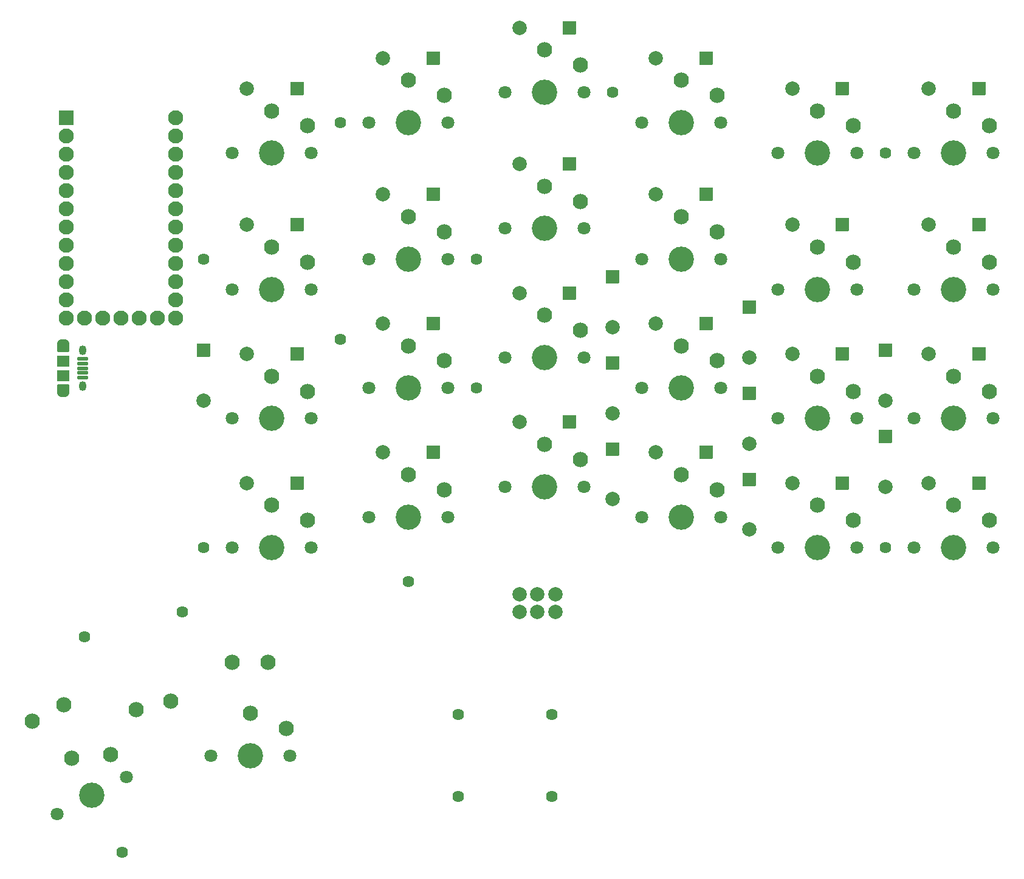
<source format=gbr>
%TF.GenerationSoftware,KiCad,Pcbnew,(6.0.4)*%
%TF.CreationDate,2023-12-12T22:18:02-08:00*%
%TF.ProjectId,keyboard,6b657962-6f61-4726-942e-6b696361645f,v1.0.0*%
%TF.SameCoordinates,Original*%
%TF.FileFunction,Soldermask,Top*%
%TF.FilePolarity,Negative*%
%FSLAX46Y46*%
G04 Gerber Fmt 4.6, Leading zero omitted, Abs format (unit mm)*
G04 Created by KiCad (PCBNEW (6.0.4)) date 2023-12-12 22:18:02*
%MOMM*%
%LPD*%
G01*
G04 APERTURE LIST*
G04 Aperture macros list*
%AMRoundRect*
0 Rectangle with rounded corners*
0 $1 Rounding radius*
0 $2 $3 $4 $5 $6 $7 $8 $9 X,Y pos of 4 corners*
0 Add a 4 corners polygon primitive as box body*
4,1,4,$2,$3,$4,$5,$6,$7,$8,$9,$2,$3,0*
0 Add four circle primitives for the rounded corners*
1,1,$1+$1,$2,$3*
1,1,$1+$1,$4,$5*
1,1,$1+$1,$6,$7*
1,1,$1+$1,$8,$9*
0 Add four rect primitives between the rounded corners*
20,1,$1+$1,$2,$3,$4,$5,0*
20,1,$1+$1,$4,$5,$6,$7,0*
20,1,$1+$1,$6,$7,$8,$9,0*
20,1,$1+$1,$8,$9,$2,$3,0*%
G04 Aperture macros list end*
%ADD10C,2.132000*%
%ADD11C,1.624000*%
%ADD12C,2.005000*%
%ADD13RoundRect,0.050000X-0.889000X0.889000X-0.889000X-0.889000X0.889000X-0.889000X0.889000X0.889000X0*%
%ADD14C,1.801800*%
%ADD15C,3.529000*%
%ADD16RoundRect,0.050000X0.889000X0.889000X-0.889000X0.889000X-0.889000X-0.889000X0.889000X-0.889000X0*%
%ADD17RoundRect,0.050000X-1.000000X-1.000000X1.000000X-1.000000X1.000000X1.000000X-1.000000X1.000000X0*%
%ADD18C,2.100000*%
%ADD19RoundRect,0.050000X-0.675000X0.200000X-0.675000X-0.200000X0.675000X-0.200000X0.675000X0.200000X0*%
%ADD20O,1.650000X0.990000*%
%ADD21RoundRect,0.050000X-0.775000X0.750000X-0.775000X-0.750000X0.775000X-0.750000X0.775000X0.750000X0*%
%ADD22O,1.050000X1.350000*%
%ADD23RoundRect,0.050000X-0.775000X0.600000X-0.775000X-0.600000X0.775000X-0.600000X0.775000X0.600000X0*%
G04 APERTURE END LIST*
D10*
%TO.C,M2*%
X131074261Y-172604805D03*
X135925739Y-171395195D03*
%TD*%
D11*
%TO.C,*%
X235500000Y-150000000D03*
%TD*%
D12*
%TO.C,D28*%
X235500000Y-141500000D03*
D13*
X235500000Y-134500000D03*
%TD*%
D11*
%TO.C,*%
X129125244Y-192496528D03*
%TD*%
D14*
%TO.C,S6*%
X174500000Y-127750000D03*
D15*
X169000000Y-127750000D03*
D14*
X163500000Y-127750000D03*
D10*
X174000000Y-123950000D03*
X169000000Y-121850000D03*
%TD*%
D12*
%TO.C,D16*%
X203500000Y-81750000D03*
D16*
X210500000Y-81750000D03*
%TD*%
D14*
%TO.C,S21*%
X239500000Y-150000000D03*
X250500000Y-150000000D03*
D15*
X245000000Y-150000000D03*
D10*
X250000000Y-146200000D03*
X245000000Y-144100000D03*
%TD*%
D14*
%TO.C,S1*%
X155500000Y-150000000D03*
X144500000Y-150000000D03*
D15*
X150000000Y-150000000D03*
D10*
X155000000Y-146200000D03*
X150000000Y-144100000D03*
%TD*%
D12*
%TO.C,D20*%
X222500000Y-86000000D03*
D16*
X229500000Y-86000000D03*
%TD*%
D12*
%TO.C,D36*%
X140500000Y-129500000D03*
D13*
X140500000Y-122500000D03*
%TD*%
D12*
%TO.C,D17*%
X222500000Y-141000000D03*
D16*
X229500000Y-141000000D03*
%TD*%
D12*
%TO.C,D7*%
X165500000Y-100750000D03*
D16*
X172500000Y-100750000D03*
%TD*%
D12*
%TO.C,D35*%
X184500000Y-159000000D03*
X187000000Y-159000000D03*
X189500000Y-159000000D03*
X184500000Y-156500000D03*
X187000000Y-156500000D03*
X189500000Y-156500000D03*
%TD*%
D11*
%TO.C,*%
X140500000Y-150000000D03*
%TD*%
D12*
%TO.C,D30*%
X216500000Y-135500000D03*
D13*
X216500000Y-128500000D03*
%TD*%
D11*
%TO.C,*%
X189000000Y-184700000D03*
%TD*%
%TO.C,*%
X159500000Y-121000000D03*
%TD*%
D12*
%TO.C,D8*%
X165500000Y-81750000D03*
D16*
X172500000Y-81750000D03*
%TD*%
D15*
%TO.C,S22*%
X245000000Y-132000000D03*
D14*
X250500000Y-132000000D03*
X239500000Y-132000000D03*
D10*
X250000000Y-128200000D03*
X245000000Y-126100000D03*
%TD*%
D14*
%TO.C,S16*%
X212500000Y-90750000D03*
D15*
X207000000Y-90750000D03*
D14*
X201500000Y-90750000D03*
D10*
X212000000Y-86950000D03*
X207000000Y-84850000D03*
%TD*%
D12*
%TO.C,D15*%
X203500000Y-100750000D03*
D16*
X210500000Y-100750000D03*
%TD*%
D14*
%TO.C,S7*%
X174500000Y-109750000D03*
D15*
X169000000Y-109750000D03*
D14*
X163500000Y-109750000D03*
D10*
X174000000Y-105950000D03*
X169000000Y-103850000D03*
%TD*%
D12*
%TO.C,D33*%
X197500000Y-131250000D03*
D13*
X197500000Y-124250000D03*
%TD*%
D11*
%TO.C,*%
X176000000Y-173300000D03*
%TD*%
D15*
%TO.C,S11*%
X188000000Y-105500000D03*
D14*
X193500000Y-105500000D03*
X182500000Y-105500000D03*
D10*
X193000000Y-101700000D03*
X188000000Y-99600000D03*
%TD*%
D14*
%TO.C,S23*%
X250500000Y-114000000D03*
D15*
X245000000Y-114000000D03*
D14*
X239500000Y-114000000D03*
D10*
X250000000Y-110200000D03*
X245000000Y-108100000D03*
%TD*%
D14*
%TO.C,S18*%
X220500000Y-132000000D03*
D15*
X226000000Y-132000000D03*
D14*
X231500000Y-132000000D03*
D10*
X231000000Y-128200000D03*
X226000000Y-126100000D03*
%TD*%
D15*
%TO.C,S13*%
X207000000Y-145750000D03*
D14*
X212500000Y-145750000D03*
X201500000Y-145750000D03*
D10*
X212000000Y-141950000D03*
X207000000Y-139850000D03*
%TD*%
D12*
%TO.C,D21*%
X241500000Y-141000000D03*
D16*
X248500000Y-141000000D03*
%TD*%
D14*
%TO.C,S10*%
X182500000Y-123500000D03*
X193500000Y-123500000D03*
D15*
X188000000Y-123500000D03*
D10*
X193000000Y-119700000D03*
X188000000Y-117600000D03*
%TD*%
D12*
%TO.C,D22*%
X241500000Y-123000000D03*
D16*
X248500000Y-123000000D03*
%TD*%
D11*
%TO.C,*%
X178500000Y-127750000D03*
%TD*%
D14*
%TO.C,S19*%
X220500000Y-114000000D03*
D15*
X226000000Y-114000000D03*
D14*
X231500000Y-114000000D03*
D10*
X231000000Y-110200000D03*
X226000000Y-108100000D03*
%TD*%
D12*
%TO.C,D12*%
X184500000Y-77500000D03*
D16*
X191500000Y-77500000D03*
%TD*%
D11*
%TO.C,*%
X189000000Y-173300000D03*
%TD*%
%TO.C,*%
X140500000Y-109750000D03*
%TD*%
D14*
%TO.C,S4*%
X155500000Y-95000000D03*
D15*
X150000000Y-95000000D03*
D14*
X144500000Y-95000000D03*
D10*
X155000000Y-91200000D03*
X150000000Y-89100000D03*
%TD*%
D14*
%TO.C,S20*%
X231500000Y-95000000D03*
D15*
X226000000Y-95000000D03*
D14*
X220500000Y-95000000D03*
D10*
X231000000Y-91200000D03*
X226000000Y-89100000D03*
%TD*%
D15*
%TO.C,S9*%
X188000000Y-141500000D03*
D14*
X182500000Y-141500000D03*
X193500000Y-141500000D03*
D10*
X193000000Y-137700000D03*
X188000000Y-135600000D03*
%TD*%
D12*
%TO.C,D19*%
X222500000Y-105000000D03*
D16*
X229500000Y-105000000D03*
%TD*%
D11*
%TO.C,*%
X137500000Y-159000000D03*
%TD*%
D14*
%TO.C,S17*%
X231500000Y-150000000D03*
D15*
X226000000Y-150000000D03*
D14*
X220500000Y-150000000D03*
D10*
X231000000Y-146200000D03*
X226000000Y-144100000D03*
%TD*%
D14*
%TO.C,S24*%
X250500000Y-95000000D03*
D15*
X245000000Y-95000000D03*
D14*
X239500000Y-95000000D03*
D10*
X250000000Y-91200000D03*
X245000000Y-89100000D03*
%TD*%
D12*
%TO.C,D1*%
X146500000Y-141000000D03*
D16*
X153500000Y-141000000D03*
%TD*%
D10*
%TO.C,M3*%
X116589501Y-174245360D03*
X121004239Y-171898002D03*
%TD*%
D15*
%TO.C,S25*%
X147000000Y-179000000D03*
D14*
X152500000Y-179000000D03*
X141500000Y-179000000D03*
D10*
X152000000Y-175200000D03*
X147000000Y-173100000D03*
%TD*%
D14*
%TO.C,S2*%
X155500000Y-132000000D03*
X144500000Y-132000000D03*
D15*
X150000000Y-132000000D03*
D10*
X155000000Y-128200000D03*
X150000000Y-126100000D03*
%TD*%
D11*
%TO.C,*%
X197500000Y-86500000D03*
%TD*%
%TO.C,*%
X178500000Y-109750000D03*
%TD*%
D14*
%TO.C,S3*%
X144500000Y-114000000D03*
X155500000Y-114000000D03*
D15*
X150000000Y-114000000D03*
D10*
X155000000Y-110200000D03*
X150000000Y-108100000D03*
%TD*%
D15*
%TO.C,S14*%
X207000000Y-127750000D03*
D14*
X201500000Y-127750000D03*
X212500000Y-127750000D03*
D10*
X212000000Y-123950000D03*
X207000000Y-121850000D03*
%TD*%
D12*
%TO.C,D11*%
X184500000Y-96500000D03*
D16*
X191500000Y-96500000D03*
%TD*%
D11*
%TO.C,*%
X159500000Y-90750000D03*
%TD*%
D10*
%TO.C,M1*%
X144500000Y-166000000D03*
X149500000Y-166000000D03*
%TD*%
D14*
%TO.C,S5*%
X163500000Y-145750000D03*
X174500000Y-145750000D03*
D15*
X169000000Y-145750000D03*
D10*
X174000000Y-141950000D03*
X169000000Y-139850000D03*
%TD*%
D14*
%TO.C,S26*%
X129756212Y-181967906D03*
X120043788Y-187132094D03*
D15*
X124900000Y-184550000D03*
D10*
X127530746Y-178847441D03*
X122130118Y-179340609D03*
%TD*%
D12*
%TO.C,D31*%
X216500000Y-147500000D03*
D13*
X216500000Y-140500000D03*
%TD*%
D12*
%TO.C,D6*%
X165500000Y-118750000D03*
D16*
X172500000Y-118750000D03*
%TD*%
D12*
%TO.C,D9*%
X184500000Y-132500000D03*
D16*
X191500000Y-132500000D03*
%TD*%
D17*
%TO.C,*%
X121380000Y-90030000D03*
D18*
X121380000Y-92570000D03*
X121380000Y-95110000D03*
X121380000Y-97650000D03*
X121380000Y-100190000D03*
X121380000Y-102730000D03*
X121380000Y-105270000D03*
X121380000Y-107810000D03*
X121380000Y-110350000D03*
X121380000Y-112890000D03*
X121380000Y-115430000D03*
X121380000Y-117970000D03*
X136620000Y-117970000D03*
X136620000Y-115430000D03*
X136620000Y-112890000D03*
X136620000Y-110350000D03*
X136620000Y-107810000D03*
X136620000Y-105270000D03*
X136620000Y-102730000D03*
X136620000Y-100190000D03*
X136620000Y-97650000D03*
X136620000Y-95110000D03*
X136620000Y-92570000D03*
X136620000Y-90030000D03*
X123920000Y-117970000D03*
X126460000Y-117970000D03*
X129000000Y-117970000D03*
X131540000Y-117970000D03*
X134080000Y-117970000D03*
%TD*%
D14*
%TO.C,S15*%
X201500000Y-109750000D03*
X212500000Y-109750000D03*
D15*
X207000000Y-109750000D03*
D10*
X212000000Y-105950000D03*
X207000000Y-103850000D03*
%TD*%
D19*
%TO.C,*%
X123600000Y-123700000D03*
X123600000Y-124350000D03*
X123600000Y-125000000D03*
X123600000Y-125650000D03*
X123600000Y-126300000D03*
D20*
X120900000Y-121500000D03*
D21*
X120900000Y-126000000D03*
D22*
X123600000Y-122500000D03*
D21*
X120900000Y-124000000D03*
D20*
X120900000Y-128500000D03*
D22*
X123600000Y-127500000D03*
D23*
X120900000Y-127900000D03*
X120900000Y-122100000D03*
%TD*%
D12*
%TO.C,D13*%
X203500000Y-136750000D03*
D16*
X210500000Y-136750000D03*
%TD*%
D12*
%TO.C,D4*%
X146500000Y-86000000D03*
D16*
X153500000Y-86000000D03*
%TD*%
D12*
%TO.C,D32*%
X197500000Y-143250000D03*
D13*
X197500000Y-136250000D03*
%TD*%
D12*
%TO.C,D3*%
X146500000Y-105000000D03*
D16*
X153500000Y-105000000D03*
%TD*%
D11*
%TO.C,*%
X235500000Y-95000000D03*
%TD*%
%TO.C,*%
X176000000Y-184700000D03*
%TD*%
D12*
%TO.C,D24*%
X241500000Y-86000000D03*
D16*
X248500000Y-86000000D03*
%TD*%
D12*
%TO.C,D10*%
X184500000Y-114500000D03*
D16*
X191500000Y-114500000D03*
%TD*%
D12*
%TO.C,D27*%
X235500000Y-129500000D03*
D13*
X235500000Y-122500000D03*
%TD*%
D12*
%TO.C,D29*%
X216500000Y-123500000D03*
D13*
X216500000Y-116500000D03*
%TD*%
D11*
%TO.C,*%
X169000000Y-154750000D03*
%TD*%
D12*
%TO.C,D23*%
X241500000Y-105000000D03*
D16*
X248500000Y-105000000D03*
%TD*%
D12*
%TO.C,D14*%
X203500000Y-118750000D03*
D16*
X210500000Y-118750000D03*
%TD*%
D12*
%TO.C,D18*%
X222500000Y-123000000D03*
D16*
X229500000Y-123000000D03*
%TD*%
D14*
%TO.C,S12*%
X193500000Y-86500000D03*
X182500000Y-86500000D03*
D15*
X188000000Y-86500000D03*
D10*
X193000000Y-82700000D03*
X188000000Y-80600000D03*
%TD*%
D12*
%TO.C,D2*%
X146500000Y-123000000D03*
D16*
X153500000Y-123000000D03*
%TD*%
D12*
%TO.C,D5*%
X165500000Y-136750000D03*
D16*
X172500000Y-136750000D03*
%TD*%
D14*
%TO.C,S8*%
X174500000Y-90750000D03*
D15*
X169000000Y-90750000D03*
D14*
X163500000Y-90750000D03*
D10*
X174000000Y-86950000D03*
X169000000Y-84850000D03*
%TD*%
D11*
%TO.C,*%
X123898571Y-162431068D03*
%TD*%
D12*
%TO.C,D34*%
X197500000Y-119250000D03*
D13*
X197500000Y-112250000D03*
%TD*%
M02*

</source>
